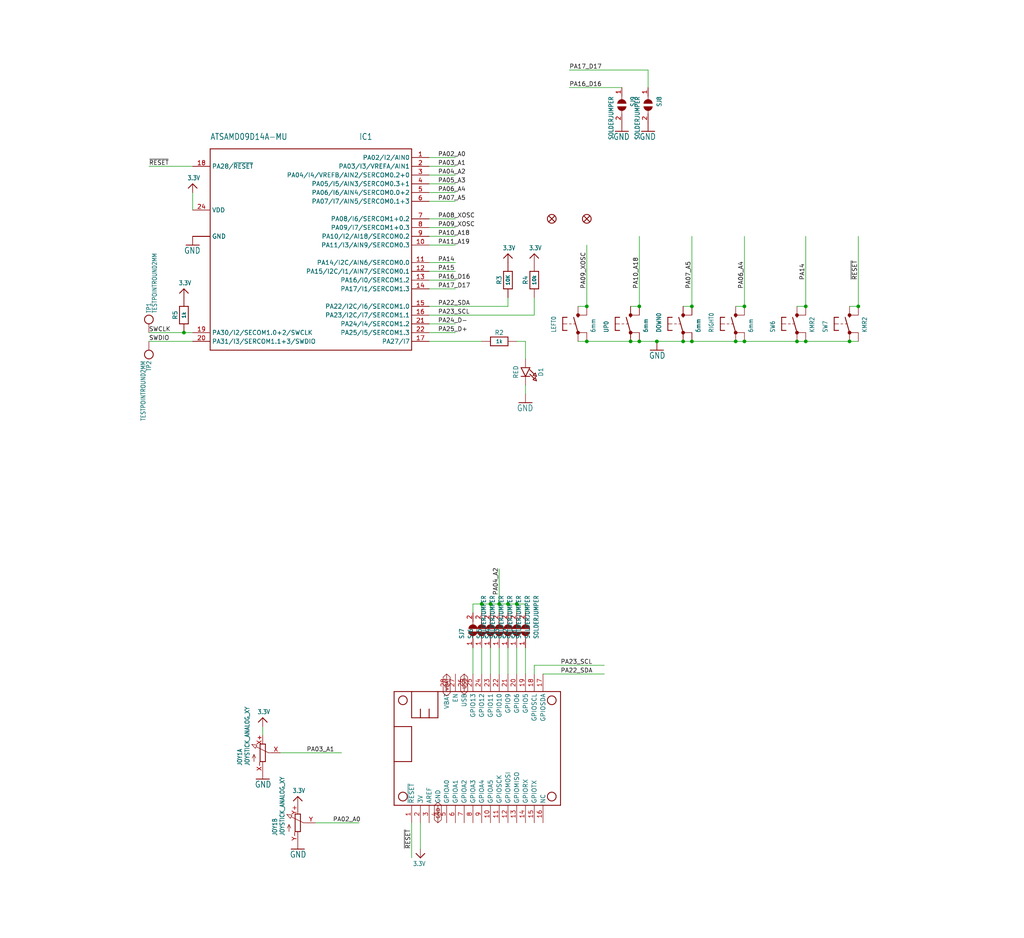
<source format=kicad_sch>
(kicad_sch (version 20211123) (generator eeschema)
  (paper "User" 297.002 272.161)
  (lib_symbols
    (symbol "eagleSchem-eagle-import:3.3V" (power)
      (property "Value" "3.3V" (at -1.524 1.016 0))
      (symbol "3.3V_1_0"
        (polyline (pts (xy -1.27 -1.27) (xy 0 0)) (stroke (width 0.254)))
        (polyline (pts (xy 0 0) (xy 1.27 -1.27)) (stroke (width 0.254)))
        (pin power_in line (at 0 -2.54 90) (length 2.54) (name "3.3V") (number "1"))
      )
    )
    (symbol "eagleSchem-eagle-import:ATSAMD09D14A-MU"
      (property "Reference" "IC" (at 12.7 33.02 0))
      (property "Value" "ATSAMD09D14A-MU" (at -30.48 33.02 0))
      (symbol "ATSAMD09D14A-MU_1_0"
        (polyline (pts (xy -30.48 -27.94) (xy -30.48 30.48)) (stroke (width 0.254)))
        (polyline (pts (xy -30.48 30.48) (xy 27.94 30.48)) (stroke (width 0.254)))
        (polyline (pts (xy 27.94 -27.94) (xy -30.48 -27.94)) (stroke (width 0.254)))
        (polyline (pts (xy 27.94 30.48) (xy 27.94 -27.94)) (stroke (width 0.254)))
        (pin bidirectional line (at 33.02 27.94 180) (length 5.08) (name "PA02/I2/AIN0") (number "1"))
        (pin bidirectional line (at 33.02 2.54 180) (length 5.08) (name "PA11/I3/AIN9/SERCOM0.3") (number "10"))
        (pin bidirectional line (at 33.02 -2.54 180) (length 5.08) (name "PA14/I2C/AIN6/SERCOM0.0") (number "11"))
        (pin bidirectional line (at 33.02 -5.08 180) (length 5.08) (name "PA15/I2C/I1/AIN7/SERCOM0.1") (number "12"))
        (pin bidirectional line (at 33.02 -7.62 180) (length 5.08) (name "PA16/I0/SERCOM1.2") (number "13"))
        (pin bidirectional line (at 33.02 -10.16 180) (length 5.08) (name "PA17/I1/SERCOM1.3") (number "14"))
        (pin bidirectional line (at 33.02 -15.24 180) (length 5.08) (name "PA22/I2C/I6/SERCOM1.0") (number "15"))
        (pin bidirectional line (at 33.02 -17.78 180) (length 5.08) (name "PA23/I2C/I7/SERCOM1.1") (number "16"))
        (pin bidirectional line (at 33.02 -25.4 180) (length 5.08) (name "PA27/I7") (number "17"))
        (pin bidirectional line (at -35.56 25.4 0) (length 5.08) (name "PA28/~{RESET}") (number "18"))
        (pin bidirectional line (at -35.56 -22.86 0) (length 5.08) (name "PA30/I2/SECOM1.0+2/SWCLK") (number "19"))
        (pin bidirectional line (at 33.02 25.4 180) (length 5.08) (name "PA03/I3/VREFA/AIN1") (number "2"))
        (pin bidirectional line (at -35.56 -25.4 0) (length 5.08) (name "PA31/I3/SERCOM1.1+3/SWDIO") (number "20"))
        (pin bidirectional line (at 33.02 -20.32 180) (length 5.08) (name "PA24/I4/SERCOM1.2") (number "21"))
        (pin bidirectional line (at 33.02 -22.86 180) (length 5.08) (name "PA25/I5/SERCOM1.3") (number "22"))
        (pin power_in line (at -35.56 5.08 0) (length 5.08) (name "GND") (number "23"))
        (pin power_in line (at -35.56 12.7 0) (length 5.08) (name "VDD") (number "24"))
        (pin bidirectional line (at 33.02 22.86 180) (length 5.08) (name "PA04/I4/VREFB/AIN2/SERCOM0.2+0") (number "3"))
        (pin bidirectional line (at 33.02 20.32 180) (length 5.08) (name "PA05/I5/AIN3/SERCOM0.3+1") (number "4"))
        (pin bidirectional line (at 33.02 17.78 180) (length 5.08) (name "PA06/I6/AIN4/SERCOM0.0+2") (number "5"))
        (pin bidirectional line (at 33.02 15.24 180) (length 5.08) (name "PA07/I7/AIN5/SERCOM0.1+3") (number "6"))
        (pin bidirectional line (at 33.02 10.16 180) (length 5.08) (name "PA08/I6/SERCOM1+0.2") (number "7"))
        (pin bidirectional line (at 33.02 7.62 180) (length 5.08) (name "PA09/I7/SERCOM1+0.3") (number "8"))
        (pin bidirectional line (at 33.02 5.08 180) (length 5.08) (name "PA10/I2/AI18/SERCOM0.2") (number "9"))
        (pin power_in line (at -35.56 5.08 0) (length 5.08) (name "GND") (number "THERM"))
      )
    )
    (symbol "eagleSchem-eagle-import:FEATHERWING"
      (symbol "FEATHERWING_1_0"
        (polyline (pts (xy 0 0) (xy 48.26 0)) (stroke (width 0.254)))
        (polyline (pts (xy 0 12.7) (xy 0 0)) (stroke (width 0.254)))
        (polyline (pts (xy 0 22.86) (xy 0 12.7)) (stroke (width 0.254)))
        (polyline (pts (xy 0 22.86) (xy 5.08 22.86)) (stroke (width 0.254)))
        (polyline (pts (xy 0 33.02) (xy 0 22.86)) (stroke (width 0.254)))
        (polyline (pts (xy 5.08 12.7) (xy 0 12.7)) (stroke (width 0.254)))
        (polyline (pts (xy 5.08 22.86) (xy 5.08 12.7)) (stroke (width 0.254)))
        (polyline (pts (xy 5.08 25.4) (xy 7.62 25.4)) (stroke (width 0.254)))
        (polyline (pts (xy 5.08 33.02) (xy 0 33.02)) (stroke (width 0.254)))
        (polyline (pts (xy 5.08 33.02) (xy 5.08 25.4)) (stroke (width 0.254)))
        (polyline (pts (xy 7.62 25.4) (xy 10.16 25.4)) (stroke (width 0.254)))
        (polyline (pts (xy 7.62 27.94) (xy 7.62 25.4)) (stroke (width 0.254)))
        (polyline (pts (xy 10.16 25.4) (xy 12.7 25.4)) (stroke (width 0.254)))
        (polyline (pts (xy 10.16 27.94) (xy 10.16 25.4)) (stroke (width 0.254)))
        (polyline (pts (xy 12.7 25.4) (xy 12.7 33.02)) (stroke (width 0.254)))
        (polyline (pts (xy 12.7 33.02) (xy 5.08 33.02)) (stroke (width 0.254)))
        (polyline (pts (xy 48.26 0) (xy 48.26 33.02)) (stroke (width 0.254)))
        (polyline (pts (xy 48.26 33.02) (xy 12.7 33.02)) (stroke (width 0.254)))
        (circle (center 2.54 2.54) (radius 1.27) (stroke (width 0.254)))
        (circle (center 2.54 30.48) (radius 1.27) (stroke (width 0.254)))
        (circle (center 45.72 2.54) (radius 1.27) (stroke (width 0.254)))
        (circle (center 45.72 30.48) (radius 1.27) (stroke (width 0.254)))
        (pin input line (at 5.08 -5.08 90) (length 5.08) (name "~{RESET}") (number "1"))
        (pin bidirectional line (at 27.94 -5.08 90) (length 5.08) (name "GPIOA5") (number "10"))
        (pin bidirectional line (at 30.48 -5.08 90) (length 5.08) (name "GPIOSCK") (number "11"))
        (pin bidirectional line (at 33.02 -5.08 90) (length 5.08) (name "GPIOMOSI") (number "12"))
        (pin bidirectional line (at 35.56 -5.08 90) (length 5.08) (name "GPIOMISO") (number "13"))
        (pin bidirectional line (at 38.1 -5.08 90) (length 5.08) (name "GPIORX") (number "14"))
        (pin bidirectional line (at 40.64 -5.08 90) (length 5.08) (name "GPIOTX") (number "15"))
        (pin passive line (at 43.18 -5.08 90) (length 5.08) (name "NC") (number "16"))
        (pin bidirectional line (at 43.18 38.1 270) (length 5.08) (name "GPIOSDA") (number "17"))
        (pin bidirectional line (at 40.64 38.1 270) (length 5.08) (name "GPIOSCL") (number "18"))
        (pin bidirectional line (at 38.1 38.1 270) (length 5.08) (name "GPIO5") (number "19"))
        (pin power_in line (at 7.62 -5.08 90) (length 5.08) (name "3V") (number "2"))
        (pin bidirectional line (at 35.56 38.1 270) (length 5.08) (name "GPIO6") (number "20"))
        (pin bidirectional line (at 33.02 38.1 270) (length 5.08) (name "GPIO9") (number "21"))
        (pin bidirectional line (at 30.48 38.1 270) (length 5.08) (name "GPIO10") (number "22"))
        (pin bidirectional line (at 27.94 38.1 270) (length 5.08) (name "GPIO11") (number "23"))
        (pin bidirectional line (at 25.4 38.1 270) (length 5.08) (name "GPIO12") (number "24"))
        (pin bidirectional line (at 22.86 38.1 270) (length 5.08) (name "GPIO13") (number "25"))
        (pin power_in line (at 20.32 38.1 270) (length 5.08) (name "USB") (number "26"))
        (pin passive line (at 17.78 38.1 270) (length 5.08) (name "EN") (number "27"))
        (pin power_in line (at 15.24 38.1 270) (length 5.08) (name "VBAT") (number "28"))
        (pin passive line (at 10.16 -5.08 90) (length 5.08) (name "AREF") (number "3"))
        (pin power_in line (at 12.7 -5.08 90) (length 5.08) (name "GND") (number "4"))
        (pin bidirectional line (at 15.24 -5.08 90) (length 5.08) (name "GPIOA0") (number "5"))
        (pin bidirectional line (at 17.78 -5.08 90) (length 5.08) (name "GPIOA1") (number "6"))
        (pin bidirectional line (at 20.32 -5.08 90) (length 5.08) (name "GPIOA2") (number "7"))
        (pin bidirectional line (at 22.86 -5.08 90) (length 5.08) (name "GPIOA3") (number "8"))
        (pin bidirectional line (at 25.4 -5.08 90) (length 5.08) (name "GPIOA4") (number "9"))
      )
    )
    (symbol "eagleSchem-eagle-import:FIDUCIAL_1MM"
      (symbol "FIDUCIAL_1MM_1_0"
        (polyline (pts (xy -0.762 0.762) (xy 0.762 -0.762)) (stroke (width 0.254)))
        (polyline (pts (xy 0.762 0.762) (xy -0.762 -0.762)) (stroke (width 0.254)))
        (circle (center 0 0) (radius 1.27) (stroke (width 0.254)))
      )
    )
    (symbol "eagleSchem-eagle-import:GND" (power)
      (property "Value" "GND" (at -2.54 -2.54 0))
      (symbol "GND_1_0"
        (polyline (pts (xy -1.905 0) (xy 1.905 0)) (stroke (width 0.254)))
        (pin power_in line (at 0 2.54 270) (length 2.54) (name "GND") (number "1"))
      )
    )
    (symbol "eagleSchem-eagle-import:JOYSTICK_ANALOG_XY"
      (property "Reference" "JOY" (at -5.969 -3.81 90))
      (property "Value" "JOYSTICK_ANALOG_XY" (at -3.81 -3.81 90))
      (symbol "JOYSTICK_ANALOG_XY_1_0"
        (polyline (pts (xy -3.1989 2.4495) (xy -1.7018 2.2352)) (stroke (width 0.1524)))
        (polyline (pts (xy -2.54 -2.54) (xy -2.54 -0.508)) (stroke (width 0.1524)))
        (polyline (pts (xy -2.54 -0.508) (xy -3.048 -1.524)) (stroke (width 0.1524)))
        (polyline (pts (xy -2.54 -0.508) (xy -2.032 -1.524)) (stroke (width 0.1524)))
        (polyline (pts (xy -2.1597 1.2939) (xy -3.1989 2.4495)) (stroke (width 0.1524)))
        (polyline (pts (xy -2.1597 1.2939) (xy -1.7018 2.2352)) (stroke (width 0.1524)))
        (polyline (pts (xy -0.762 -2.54) (xy 0.762 -2.54)) (stroke (width 0.254)))
        (polyline (pts (xy -0.762 2.54) (xy -0.762 -2.54)) (stroke (width 0.254)))
        (polyline (pts (xy 0.762 -2.54) (xy 0.762 2.54)) (stroke (width 0.254)))
        (polyline (pts (xy 0.762 2.54) (xy -0.762 2.54)) (stroke (width 0.254)))
        (polyline (pts (xy 1.651 0) (xy -1.8796 1.7526)) (stroke (width 0.1524)))
        (polyline (pts (xy 2.54 0) (xy 1.651 0)) (stroke (width 0.1524)))
        (pin passive line (at 5.08 0 180) (length 2.54) (name "S") (number "X"))
        (pin passive line (at 0 5.08 270) (length 2.54) (name "E") (number "X+"))
        (pin passive line (at 0 -5.08 90) (length 2.54) (name "A") (number "X-"))
      )
      (symbol "JOYSTICK_ANALOG_XY_2_0"
        (polyline (pts (xy -3.1989 2.4495) (xy -1.7018 2.2352)) (stroke (width 0.1524)))
        (polyline (pts (xy -2.54 -2.54) (xy -2.54 -0.508)) (stroke (width 0.1524)))
        (polyline (pts (xy -2.54 -0.508) (xy -3.048 -1.524)) (stroke (width 0.1524)))
        (polyline (pts (xy -2.54 -0.508) (xy -2.032 -1.524)) (stroke (width 0.1524)))
        (polyline (pts (xy -2.1597 1.2939) (xy -3.1989 2.4495)) (stroke (width 0.1524)))
        (polyline (pts (xy -2.1597 1.2939) (xy -1.7018 2.2352)) (stroke (width 0.1524)))
        (polyline (pts (xy -0.762 -2.54) (xy 0.762 -2.54)) (stroke (width 0.254)))
        (polyline (pts (xy -0.762 2.54) (xy -0.762 -2.54)) (stroke (width 0.254)))
        (polyline (pts (xy 0.762 -2.54) (xy 0.762 2.54)) (stroke (width 0.254)))
        (polyline (pts (xy 0.762 2.54) (xy -0.762 2.54)) (stroke (width 0.254)))
        (polyline (pts (xy 1.651 0) (xy -1.8796 1.7526)) (stroke (width 0.1524)))
        (polyline (pts (xy 2.54 0) (xy 1.651 0)) (stroke (width 0.1524)))
        (pin passive line (at 5.08 0 180) (length 2.54) (name "S") (number "Y"))
        (pin passive line (at 0 5.08 270) (length 2.54) (name "E") (number "Y+"))
        (pin passive line (at 0 -5.08 90) (length 2.54) (name "A") (number "Y-"))
      )
    )
    (symbol "eagleSchem-eagle-import:LED0805_NOOUTLINE"
      (property "Reference" "D" (at -1.27 4.445 0))
      (property "Value" "LED0805_NOOUTLINE" (at -1.27 -2.794 0))
      (symbol "LED0805_NOOUTLINE_1_0"
        (polyline (pts (xy -2.54 -1.27) (xy 0 0)) (stroke (width 0.254)))
        (polyline (pts (xy -2.54 1.27) (xy -2.54 -1.27)) (stroke (width 0.254)))
        (polyline (pts (xy -1.905 1.27) (xy -0.635 2.54)) (stroke (width 0.254)))
        (polyline (pts (xy -0.9525 2.8575) (xy -0.3175 2.2225)) (stroke (width 0.254)))
        (polyline (pts (xy -0.635 1.27) (xy 0.635 2.54)) (stroke (width 0.254)))
        (polyline (pts (xy -0.3175 2.2225) (xy 0 3.175)) (stroke (width 0.254)))
        (polyline (pts (xy 0 0) (xy -2.54 1.27)) (stroke (width 0.254)))
        (polyline (pts (xy 0 0) (xy 0 -1.27)) (stroke (width 0.254)))
        (polyline (pts (xy 0 1.27) (xy 0 0)) (stroke (width 0.254)))
        (polyline (pts (xy 0 3.175) (xy -0.9525 2.8575)) (stroke (width 0.254)))
        (polyline (pts (xy 0.3175 2.8575) (xy 0.9525 2.2225)) (stroke (width 0.254)))
        (polyline (pts (xy 0.9525 2.2225) (xy 1.27 3.175)) (stroke (width 0.254)))
        (polyline (pts (xy 1.27 3.175) (xy 0.3175 2.8575)) (stroke (width 0.254)))
        (pin passive line (at -5.08 0 0) (length 2.54) (name "A") (number "A"))
        (pin passive line (at 2.54 0 180) (length 2.54) (name "C") (number "C"))
      )
    )
    (symbol "eagleSchem-eagle-import:RESISTOR_0603_NOOUT"
      (property "Reference" "R" (at 0 2.54 0))
      (property "Value" "RESISTOR_0603_NOOUT" (at 0 0 0))
      (symbol "RESISTOR_0603_NOOUT_1_0"
        (polyline (pts (xy -2.54 -1.27) (xy -2.54 1.27)) (stroke (width 0.254)))
        (polyline (pts (xy -2.54 1.27) (xy 2.54 1.27)) (stroke (width 0.254)))
        (polyline (pts (xy 2.54 -1.27) (xy -2.54 -1.27)) (stroke (width 0.254)))
        (polyline (pts (xy 2.54 1.27) (xy 2.54 -1.27)) (stroke (width 0.254)))
        (pin passive line (at -5.08 0 0) (length 2.54) (name "1") (number "1"))
        (pin passive line (at 5.08 0 180) (length 2.54) (name "2") (number "2"))
      )
    )
    (symbol "eagleSchem-eagle-import:SOLDERJUMPER"
      (property "Reference" "SJ" (at -2.54 2.54 0))
      (property "Value" "SOLDERJUMPER" (at -2.54 -3.81 0))
      (symbol "SOLDERJUMPER_1_0"
        (arc (start -0.381 1.2699) (mid -1.6508 0) (end -0.381 -1.2699) (stroke (width 0.0001)) (fill (type outline)))
        (polyline (pts (xy -2.54 0) (xy -1.651 0)) (stroke (width 0.1524)))
        (polyline (pts (xy 2.54 0) (xy 1.651 0)) (stroke (width 0.1524)))
        (arc (start 0.381 -1.2699) (mid 1.6508 0) (end 0.381 1.2699) (stroke (width 0.0001)) (fill (type outline)))
        (pin passive line (at -5.08 0 0) (length 2.54) (name "1") (number "1"))
        (pin passive line (at 5.08 0 180) (length 2.54) (name "2") (number "2"))
      )
    )
    (symbol "eagleSchem-eagle-import:SWITCH_TACT_SMT4.6X2.8"
      (property "Reference" "SW" (at -2.54 6.35 0))
      (property "Value" "SWITCH_TACT_SMT4.6X2.8" (at -2.54 -5.08 0))
      (symbol "SWITCH_TACT_SMT4.6X2.8_1_0"
        (circle (center -2.54 0) (radius 0.127) (stroke (width 0.4064)))
        (polyline (pts (xy -2.54 -2.54) (xy -2.54 0)) (stroke (width 0.1524)))
        (polyline (pts (xy -2.54 0) (xy 1.905 1.27)) (stroke (width 0.254)))
        (polyline (pts (xy -1.905 4.445) (xy -1.905 3.175)) (stroke (width 0.254)))
        (polyline (pts (xy 0 1.27) (xy 0 0.635)) (stroke (width 0.1524)))
        (polyline (pts (xy 0 2.54) (xy 0 1.905)) (stroke (width 0.1524)))
        (polyline (pts (xy 0 4.445) (xy -1.905 4.445)) (stroke (width 0.254)))
        (polyline (pts (xy 0 4.445) (xy 0 3.175)) (stroke (width 0.1524)))
        (polyline (pts (xy 1.905 0) (xy 2.54 0)) (stroke (width 0.254)))
        (polyline (pts (xy 1.905 4.445) (xy 0 4.445)) (stroke (width 0.254)))
        (polyline (pts (xy 1.905 4.445) (xy 1.905 3.175)) (stroke (width 0.254)))
        (polyline (pts (xy 2.54 -2.54) (xy 2.54 0)) (stroke (width 0.1524)))
        (circle (center 2.54 0) (radius 0.127) (stroke (width 0.4064)))
        (pin passive line (at -5.08 0 0) (length 2.54) (name "P") (number "A"))
        (pin passive line (at -5.08 -2.54 0) (length 2.54) (name "P1") (number "A'"))
        (pin passive line (at 5.08 0 180) (length 2.54) (name "S") (number "B"))
        (pin passive line (at 5.08 -2.54 180) (length 2.54) (name "S1") (number "B'"))
      )
    )
    (symbol "eagleSchem-eagle-import:SWITCH_TACT_SMT_EVQQ2_SMALL"
      (property "Reference" "SW" (at -2.54 6.35 0))
      (property "Value" "SWITCH_TACT_SMT_EVQQ2_SMALL" (at -2.54 -5.08 0))
      (symbol "SWITCH_TACT_SMT_EVQQ2_SMALL_1_0"
        (circle (center -2.54 0) (radius 0.127) (stroke (width 0.4064)))
        (polyline (pts (xy -2.54 -2.54) (xy -2.54 0)) (stroke (width 0.1524)))
        (polyline (pts (xy -2.54 0) (xy 1.905 1.27)) (stroke (width 0.254)))
        (polyline (pts (xy -1.905 4.445) (xy -1.905 3.175)) (stroke (width 0.254)))
        (polyline (pts (xy 0 1.27) (xy 0 0.635)) (stroke (width 0.1524)))
        (polyline (pts (xy 0 2.54) (xy 0 1.905)) (stroke (width 0.1524)))
        (polyline (pts (xy 0 4.445) (xy -1.905 4.445)) (stroke (width 0.254)))
        (polyline (pts (xy 0 4.445) (xy 0 3.175)) (stroke (width 0.1524)))
        (polyline (pts (xy 1.905 0) (xy 2.54 0)) (stroke (width 0.254)))
        (polyline (pts (xy 1.905 4.445) (xy 0 4.445)) (stroke (width 0.254)))
        (polyline (pts (xy 1.905 4.445) (xy 1.905 3.175)) (stroke (width 0.254)))
        (polyline (pts (xy 2.54 -2.54) (xy 2.54 0)) (stroke (width 0.1524)))
        (circle (center 2.54 0) (radius 0.127) (stroke (width 0.4064)))
        (pin passive line (at -5.08 0 0) (length 2.54) (name "P") (number "A"))
        (pin passive line (at -5.08 -2.54 0) (length 2.54) (name "P1") (number "A'"))
        (pin passive line (at 5.08 0 180) (length 2.54) (name "S") (number "B"))
        (pin passive line (at 5.08 -2.54 180) (length 2.54) (name "S1") (number "B'"))
      )
    )
    (symbol "eagleSchem-eagle-import:TESTPOINTROUND2MM"
      (property "Reference" "TP" (at 0 5.588 90))
      (property "Value" "TESTPOINTROUND2MM" (at 1.651 5.588 90))
      (symbol "TESTPOINTROUND2MM_1_0"
        (circle (center 0 3.81) (radius 1.27) (stroke (width 0.254)))
        (pin bidirectional line (at 0 0 90) (length 2.54) (name "P$1") (number "P$1"))
      )
    )
  )
  (junction (at 185.42 88.9))
  (junction (at 200.66 88.9))
  (junction (at 198.12 99.06))
  (junction (at 248.92 88.9))
  (junction (at 213.36 99.06))
  (junction (at 144.78 175.26))
  (junction (at 200.66 99.06))
  (junction (at 149.86 175.26))
  (junction (at 246.38 99.06))
  (junction (at 147.32 175.26))
  (junction (at 139.7 175.26))
  (junction (at 233.68 99.06))
  (junction (at 142.24 175.26))
  (junction (at 190.5 99.06))
  (junction (at 170.18 88.9))
  (junction (at 170.18 99.06))
  (junction (at 215.9 99.06))
  (junction (at 231.14 99.06))
  (junction (at 215.9 88.9))
  (junction (at 53.34 96.52))
  (junction (at 233.68 88.9))
  (junction (at 182.88 99.06))
  (junction (at 185.42 99.06))
  (wire (pts (xy 139.7 177.8) (xy 139.7 175.26)))
  (wire (pts (xy 167.64 99.06) (xy 170.18 99.06)))
  (wire (pts (xy 124.46 55.88) (xy 132.08 55.88)))
  (wire (pts (xy 152.4 111.76) (xy 152.4 114.3)))
  (wire (pts (xy 147.32 175.26) (xy 144.78 175.26)))
  (wire (pts (xy 215.9 68.58) (xy 215.9 88.9)))
  (wire (pts (xy 190.5 99.06) (xy 198.12 99.06)))
  (wire (pts (xy 165.1 25.4) (xy 180.34 25.4)))
  (wire (pts (xy 144.78 175.26) (xy 142.24 175.26)))
  (wire (pts (xy 91.44 238.76) (xy 104.14 238.76)))
  (wire (pts (xy 213.36 99.06) (xy 215.9 99.06)))
  (wire (pts (xy 55.88 99.06) (xy 43.18 99.06)))
  (wire (pts (xy 147.32 86.36) (xy 147.32 88.9)))
  (wire (pts (xy 142.24 187.96) (xy 142.24 195.58)))
  (wire (pts (xy 139.7 99.06) (xy 124.46 99.06)))
  (wire (pts (xy 144.78 177.8) (xy 144.78 175.26)))
  (wire (pts (xy 139.7 175.26) (xy 137.16 175.26)))
  (wire (pts (xy 147.32 187.96) (xy 147.32 195.58)))
  (wire (pts (xy 144.78 187.96) (xy 144.78 195.58)))
  (wire (pts (xy 149.86 99.06) (xy 152.4 99.06)))
  (wire (pts (xy 132.08 83.82) (xy 124.46 83.82)))
  (wire (pts (xy 231.14 99.06) (xy 215.9 99.06)))
  (wire (pts (xy 248.92 88.9) (xy 246.38 88.9)))
  (wire (pts (xy 124.46 93.98) (xy 132.08 93.98)))
  (wire (pts (xy 76.2 210.82) (xy 76.2 213.36)))
  (wire (pts (xy 55.88 48.26) (xy 43.18 48.26)))
  (wire (pts (xy 55.88 55.88) (xy 55.88 60.96)))
  (wire (pts (xy 124.46 63.5) (xy 132.08 63.5)))
  (wire (pts (xy 231.14 88.9) (xy 233.68 88.9)))
  (wire (pts (xy 233.68 88.9) (xy 233.68 68.58)))
  (wire (pts (xy 124.46 81.28) (xy 132.08 81.28)))
  (wire (pts (xy 43.18 96.52) (xy 53.34 96.52)))
  (wire (pts (xy 248.92 88.9) (xy 248.92 68.58)))
  (wire (pts (xy 157.48 195.58) (xy 175.26 195.58)))
  (wire (pts (xy 152.4 175.26) (xy 149.86 175.26)))
  (wire (pts (xy 119.38 238.76) (xy 119.38 248.92)))
  (wire (pts (xy 132.08 53.34) (xy 124.46 53.34)))
  (wire (pts (xy 142.24 175.26) (xy 142.24 177.8)))
  (wire (pts (xy 147.32 175.26) (xy 147.32 177.8)))
  (wire (pts (xy 124.46 88.9) (xy 147.32 88.9)))
  (wire (pts (xy 132.08 58.42) (xy 124.46 58.42)))
  (wire (pts (xy 200.66 99.06) (xy 213.36 99.06)))
  (wire (pts (xy 139.7 187.96) (xy 139.7 195.58)))
  (wire (pts (xy 137.16 175.26) (xy 137.16 177.8)))
  (wire (pts (xy 124.46 76.2) (xy 132.08 76.2)))
  (wire (pts (xy 152.4 99.06) (xy 152.4 104.14)))
  (wire (pts (xy 246.38 99.06) (xy 233.68 99.06)))
  (wire (pts (xy 200.66 88.9) (xy 200.66 68.58)))
  (wire (pts (xy 233.68 99.06) (xy 231.14 99.06)))
  (wire (pts (xy 185.42 68.58) (xy 185.42 88.9)))
  (wire (pts (xy 152.4 187.96) (xy 152.4 195.58)))
  (wire (pts (xy 81.28 218.44) (xy 99.06 218.44)))
  (wire (pts (xy 185.42 99.06) (xy 190.5 99.06)))
  (wire (pts (xy 152.4 177.8) (xy 152.4 175.26)))
  (wire (pts (xy 132.08 48.26) (xy 124.46 48.26)))
  (wire (pts (xy 149.86 177.8) (xy 149.86 175.26)))
  (wire (pts (xy 182.88 88.9) (xy 185.42 88.9)))
  (wire (pts (xy 132.08 71.12) (xy 124.46 71.12)))
  (wire (pts (xy 165.1 20.32) (xy 187.96 20.32)))
  (wire (pts (xy 124.46 91.44) (xy 154.94 91.44)))
  (wire (pts (xy 124.46 45.72) (xy 132.08 45.72)))
  (wire (pts (xy 182.88 99.06) (xy 185.42 99.06)))
  (wire (pts (xy 170.18 99.06) (xy 182.88 99.06)))
  (wire (pts (xy 137.16 187.96) (xy 137.16 195.58)))
  (wire (pts (xy 132.08 78.74) (xy 124.46 78.74)))
  (wire (pts (xy 215.9 88.9) (xy 213.36 88.9)))
  (wire (pts (xy 142.24 175.26) (xy 139.7 175.26)))
  (wire (pts (xy 149.86 175.26) (xy 147.32 175.26)))
  (wire (pts (xy 154.94 193.04) (xy 175.26 193.04)))
  (wire (pts (xy 53.34 96.52) (xy 55.88 96.52)))
  (wire (pts (xy 198.12 88.9) (xy 200.66 88.9)))
  (wire (pts (xy 149.86 187.96) (xy 149.86 195.58)))
  (wire (pts (xy 144.78 175.26) (xy 144.78 165.1)))
  (wire (pts (xy 154.94 91.44) (xy 154.94 86.36)))
  (wire (pts (xy 187.96 20.32) (xy 187.96 25.4)))
  (wire (pts (xy 170.18 88.9) (xy 167.64 88.9)))
  (wire (pts (xy 248.92 99.06) (xy 246.38 99.06)))
  (wire (pts (xy 124.46 50.8) (xy 132.08 50.8)))
  (wire (pts (xy 124.46 68.58) (xy 132.08 68.58)))
  (wire (pts (xy 170.18 88.9) (xy 170.18 71.12)))
  (wire (pts (xy 132.08 66.04) (xy 124.46 66.04)))
  (wire (pts (xy 154.94 195.58) (xy 154.94 193.04)))
  (wire (pts (xy 132.08 96.52) (xy 124.46 96.52)))
  (wire (pts (xy 198.12 99.06) (xy 200.66 99.06)))
  (wire (pts (xy 121.92 246.38) (xy 121.92 238.76)))
  (label "SWDIO" (at 43.18 99.06 0) (effects (font (size 1.2446 1.2446))))
  (label "PA02_A0" (at 96.52 238.76 0) (effects (font (size 1.2446 1.2446))))
  (label "PA14" (at 233.68 81.28 90) (effects (font (size 1.2446 1.2446))))
  (label "PA10_A18" (at 185.42 83.82 90) (effects (font (size 1.2446 1.2446))))
  (label "PA17_D17" (at 127 83.82 0) (effects (font (size 1.2446 1.2446))))
  (label "PA17_D17" (at 165.1 20.32 0) (effects (font (size 1.2446 1.2446))))
  (label "PA02_A0" (at 127 45.72 0) (effects (font (size 1.2446 1.2446))))
  (label "~{RESET}" (at 119.38 246.38 90) (effects (font (size 1.2446 1.2446))))
  (label "PA09_XOSC" (at 127 66.04 0) (effects (font (size 1.2446 1.2446))))
  (label "PA10_A18" (at 127 68.58 0) (effects (font (size 1.2446 1.2446))))
  (label "PA15" (at 127 78.74 0) (effects (font (size 1.2446 1.2446))))
  (label "PA05_A3" (at 127 53.34 0) (effects (font (size 1.2446 1.2446))))
  (label "PA04_A2" (at 127 50.8 0) (effects (font (size 1.2446 1.2446))))
  (label "PA08_XOSC" (at 127 63.5 0) (effects (font (size 1.2446 1.2446))))
  (label "PA07_A5" (at 200.66 83.82 90) (effects (font (size 1.2446 1.2446))))
  (label "PA24_D-" (at 127 93.98 0) (effects (font (size 1.2446 1.2446))))
  (label "PA03_A1" (at 127 48.26 0) (effects (font (size 1.2446 1.2446))))
  (label "PA03_A1" (at 88.9 218.44 0) (effects (font (size 1.2446 1.2446))))
  (label "~{RESET}" (at 248.92 81.28 90) (effects (font (size 1.2446 1.2446))))
  (label "PA14" (at 127 76.2 0) (effects (font (size 1.2446 1.2446))))
  (label "PA06_A4" (at 127 55.88 0) (effects (font (size 1.2446 1.2446))))
  (label "SWCLK" (at 43.18 96.52 0) (effects (font (size 1.2446 1.2446))))
  (label "~{RESET}" (at 43.18 48.26 0) (effects (font (size 1.2446 1.2446))))
  (label "PA22_SDA" (at 162.56 195.58 0) (effects (font (size 1.2446 1.2446))))
  (label "PA04_A2" (at 144.78 172.72 90) (effects (font (size 1.2446 1.2446))))
  (label "PA16_D16" (at 127 81.28 0) (effects (font (size 1.2446 1.2446))))
  (label "PA23_SCL" (at 127 91.44 0) (effects (font (size 1.2446 1.2446))))
  (label "PA25_D+" (at 127 96.52 0) (effects (font (size 1.2446 1.2446))))
  (label "PA22_SDA" (at 127 88.9 0) (effects (font (size 1.2446 1.2446))))
  (label "PA07_A5" (at 127 58.42 0) (effects (font (size 1.2446 1.2446))))
  (label "PA06_A4" (at 215.9 83.82 90) (effects (font (size 1.2446 1.2446))))
  (label "PA16_D16" (at 165.1 25.4 0) (effects (font (size 1.2446 1.2446))))
  (label "PA23_SCL" (at 162.56 193.04 0) (effects (font (size 1.2446 1.2446))))
  (label "PA11_A19" (at 127 71.12 0) (effects (font (size 1.2446 1.2446))))
  (label "PA09_XOSC" (at 170.18 83.82 90) (effects (font (size 1.2446 1.2446))))
  (global_label "USB" (shape bidirectional) (at 134.62 195.58 270) (effects (font (size 1.016 1.016))) (property "Intersheet References" "${INTERSHEET_REFS}" (effects hide)))
  (global_label "VBAT" (shape bidirectional) (at 129.54 195.58 270) (effects (font (size 1.016 1.016))) (property "Intersheet References" "${INTERSHEET_REFS}" (effects hide)))
  (global_label "GND" (shape bidirectional) (at 127 238.76 90) (effects (font (size 1.016 1.016))) (property "Intersheet References" "${INTERSHEET_REFS}" (effects hide)))
  (symbol (lib_id "eagleSchem-eagle-import:3.3V") (at 53.34 83.82 0) (unit 1)
    (property "Reference" "#U$8" (effects hide))
    (property "Value" "3.3V" (at 51.816 82.804 0) (effects (font (size 1.27 1.0795)) (justify left bottom)))
    (property "Footprint" "eagleSchem:" (effects hide))
  )
  (symbol (lib_id "eagleSchem-eagle-import:3.3V") (at 154.94 73.66 0) (unit 1)
    (property "Reference" "#U$6" (effects hide))
    (property "Value" "3.3V" (at 153.416 72.644 0) (effects (font (size 1.27 1.0795)) (justify left bottom)))
    (property "Footprint" "eagleSchem:" (effects hide))
  )
  (symbol (lib_id "eagleSchem-eagle-import:FEATHERWING") (at 114.3 233.68 0) (unit 1)
    (property "Reference" "MS1" (effects hide))
    (property "Value" "FEATHERWING" (effects hide))
    (property "Footprint" "eagleSchem:FEATHERWING" (effects hide))
  )
  (symbol (lib_id "eagleSchem-eagle-import:GND") (at 152.4 116.84 0) (unit 1)
    (property "Reference" "#GND10" (effects hide))
    (property "Value" "GND" (at 149.86 119.38 0) (effects (font (size 1.778 1.5113)) (justify left bottom)))
    (property "Footprint" "eagleSchem:" (effects hide))
  )
  (symbol (lib_id "eagleSchem-eagle-import:SWITCH_TACT_SMT4.6X2.8") (at 231.14 93.98 90) (unit 1)
    (property "Reference" "SW6" (at 224.79 96.52 0) (effects (font (size 1.27 1.0795)) (justify left bottom)))
    (property "Value" "KMR2" (at 236.22 96.52 0) (effects (font (size 1.27 1.0795)) (justify left bottom)))
    (property "Footprint" "eagleSchem:BTN_KMR2_4.6X2.8" (effects hide))
  )
  (symbol (lib_id "eagleSchem-eagle-import:SOLDERJUMPER") (at 139.7 182.88 90) (unit 1)
    (property "Reference" "SJ6" (at 137.16 185.42 0) (effects (font (size 1.27 1.0795)) (justify left bottom)))
    (property "Value" "SOLDERJUMPER" (at 143.51 185.42 0) (effects (font (size 1.27 1.0795)) (justify left bottom)))
    (property "Footprint" "eagleSchem:SOLDERJUMPER_ARROW_NOPASTE" (effects hide))
  )
  (symbol (lib_id "eagleSchem-eagle-import:RESISTOR_0603_NOOUT") (at 154.94 81.28 90) (unit 1)
    (property "Reference" "R4" (at 152.4 81.28 0))
    (property "Value" "10k" (at 154.94 81.28 0) (effects (font (size 1.016 1.016) bold)))
    (property "Footprint" "eagleSchem:0603-NO" (effects hide))
  )
  (symbol (lib_id "eagleSchem-eagle-import:GND") (at 187.96 38.1 0) (unit 1)
    (property "Reference" "#GND6" (effects hide))
    (property "Value" "GND" (at 185.42 40.64 0) (effects (font (size 1.778 1.5113)) (justify left bottom)))
    (property "Footprint" "eagleSchem:" (effects hide))
  )
  (symbol (lib_id "eagleSchem-eagle-import:SOLDERJUMPER") (at 187.96 30.48 270) (unit 1)
    (property "Reference" "SJ8" (at 190.5 27.94 0) (effects (font (size 1.27 1.0795)) (justify left bottom)))
    (property "Value" "SOLDERJUMPER" (at 184.15 27.94 0) (effects (font (size 1.27 1.0795)) (justify left bottom)))
    (property "Footprint" "eagleSchem:SOLDERJUMPER_ARROW_NOPASTE" (effects hide))
  )
  (symbol (lib_id "eagleSchem-eagle-import:TESTPOINTROUND2MM") (at 43.18 96.52 0) (unit 1)
    (property "Reference" "TP1" (at 43.18 90.932 90) (effects (font (size 1.27 1.0795)) (justify left)))
    (property "Value" "TESTPOINTROUND2MM" (at 44.831 90.932 90) (effects (font (size 1.27 1.0795)) (justify left)))
    (property "Footprint" "eagleSchem:TESTPOINT_ROUND_2MM" (effects hide))
  )
  (symbol (lib_id "eagleSchem-eagle-import:SWITCH_TACT_SMT_EVQQ2_SMALL") (at 167.64 93.98 90) (unit 1)
    (property "Reference" "LEFT0" (at 161.29 96.52 0) (effects (font (size 1.27 1.0795)) (justify left bottom)))
    (property "Value" "6mm" (at 172.72 96.52 0) (effects (font (size 1.27 1.0795)) (justify left bottom)))
    (property "Footprint" "eagleSchem:EVQ-Q2_SMALLER" (effects hide))
  )
  (symbol (lib_id "eagleSchem-eagle-import:SOLDERJUMPER") (at 142.24 182.88 90) (unit 1)
    (property "Reference" "SJ5" (at 139.7 185.42 0) (effects (font (size 1.27 1.0795)) (justify left bottom)))
    (property "Value" "SOLDERJUMPER" (at 146.05 185.42 0) (effects (font (size 1.27 1.0795)) (justify left bottom)))
    (property "Footprint" "eagleSchem:SOLDERJUMPER_ARROW_NOPASTE" (effects hide))
  )
  (symbol (lib_id "eagleSchem-eagle-import:RESISTOR_0603_NOOUT") (at 147.32 81.28 90) (unit 1)
    (property "Reference" "R3" (at 144.78 81.28 0))
    (property "Value" "10K" (at 147.32 81.28 0) (effects (font (size 1.016 1.016) bold)))
    (property "Footprint" "eagleSchem:0603-NO" (effects hide))
  )
  (symbol (lib_id "eagleSchem-eagle-import:SWITCH_TACT_SMT_EVQQ2_SMALL") (at 182.88 93.98 90) (unit 1)
    (property "Reference" "UP0" (at 176.53 96.52 0) (effects (font (size 1.27 1.0795)) (justify left bottom)))
    (property "Value" "6mm" (at 187.96 96.52 0) (effects (font (size 1.27 1.0795)) (justify left bottom)))
    (property "Footprint" "eagleSchem:EVQ-Q2_SMALLER" (effects hide))
  )
  (symbol (lib_id "eagleSchem-eagle-import:JOYSTICK_ANALOG_XY") (at 76.2 218.44 0) (unit 1)
    (property "Reference" "JOY1" (at 70.231 222.25 90) (effects (font (size 1.27 1.0795)) (justify left bottom)))
    (property "Value" "JOYSTICK_ANALOG_XY" (at 72.39 222.25 90) (effects (font (size 1.27 1.0795)) (justify left bottom)))
    (property "Footprint" "eagleSchem:JOYSTICK_ANALOG_MINITHM" (effects hide))
  )
  (symbol (lib_id "eagleSchem-eagle-import:SWITCH_TACT_SMT_EVQQ2_SMALL") (at 198.12 93.98 90) (unit 1)
    (property "Reference" "DOWN0" (at 191.77 96.52 0) (effects (font (size 1.27 1.0795)) (justify left bottom)))
    (property "Value" "6mm" (at 203.2 96.52 0) (effects (font (size 1.27 1.0795)) (justify left bottom)))
    (property "Footprint" "eagleSchem:EVQ-Q2_SMALLER" (effects hide))
  )
  (symbol (lib_id "eagleSchem-eagle-import:SOLDERJUMPER") (at 144.78 182.88 90) (unit 1)
    (property "Reference" "SJ4" (at 142.24 185.42 0) (effects (font (size 1.27 1.0795)) (justify left bottom)))
    (property "Value" "SOLDERJUMPER" (at 148.59 185.42 0) (effects (font (size 1.27 1.0795)) (justify left bottom)))
    (property "Footprint" "eagleSchem:SOLDERJUMPER_ARROW_NOPASTE" (effects hide))
  )
  (symbol (lib_id "eagleSchem-eagle-import:3.3V") (at 147.32 73.66 0) (unit 1)
    (property "Reference" "#U$4" (effects hide))
    (property "Value" "3.3V" (at 145.796 72.644 0) (effects (font (size 1.27 1.0795)) (justify left bottom)))
    (property "Footprint" "eagleSchem:" (effects hide))
  )
  (symbol (lib_id "eagleSchem-eagle-import:GND") (at 190.5 101.6 0) (mirror y) (unit 1)
    (property "Reference" "#GND2" (effects hide))
    (property "Value" "GND" (at 193.04 104.14 0) (effects (font (size 1.778 1.5113)) (justify left bottom)))
    (property "Footprint" "eagleSchem:" (effects hide))
  )
  (symbol (lib_id "eagleSchem-eagle-import:SWITCH_TACT_SMT_EVQQ2_SMALL") (at 213.36 93.98 90) (unit 1)
    (property "Reference" "RIGHT0" (at 207.01 96.52 0) (effects (font (size 1.27 1.0795)) (justify left bottom)))
    (property "Value" "6mm" (at 218.44 96.52 0) (effects (font (size 1.27 1.0795)) (justify left bottom)))
    (property "Footprint" "eagleSchem:EVQ-Q2_SMALLER" (effects hide))
  )
  (symbol (lib_id "eagleSchem-eagle-import:FIDUCIAL_1MM") (at 160.02 63.5 0) (unit 1)
    (property "Reference" "FID1" (effects hide))
    (property "Value" "FIDUCIAL_1MM" (effects hide))
    (property "Footprint" "eagleSchem:FIDUCIAL_1MM" (effects hide))
  )
  (symbol (lib_id "eagleSchem-eagle-import:3.3V") (at 76.2 208.28 0) (unit 1)
    (property "Reference" "#U$3" (effects hide))
    (property "Value" "3.3V" (at 74.676 207.264 0) (effects (font (size 1.27 1.0795)) (justify left bottom)))
    (property "Footprint" "eagleSchem:" (effects hide))
  )
  (symbol (lib_id "eagleSchem-eagle-import:RESISTOR_0603_NOOUT") (at 53.34 91.44 90) (unit 1)
    (property "Reference" "R5" (at 50.8 91.44 0))
    (property "Value" "1k" (at 53.34 91.44 0) (effects (font (size 1.016 1.016) bold)))
    (property "Footprint" "eagleSchem:0603-NO" (effects hide))
  )
  (symbol (lib_id "eagleSchem-eagle-import:3.3V") (at 86.36 231.14 0) (unit 1)
    (property "Reference" "#U$2" (effects hide))
    (property "Value" "3.3V" (at 84.836 230.124 0) (effects (font (size 1.27 1.0795)) (justify left bottom)))
    (property "Footprint" "eagleSchem:" (effects hide))
  )
  (symbol (lib_id "eagleSchem-eagle-import:GND") (at 55.88 71.12 0) (unit 1)
    (property "Reference" "#GND3" (effects hide))
    (property "Value" "GND" (at 53.34 73.66 0) (effects (font (size 1.778 1.5113)) (justify left bottom)))
    (property "Footprint" "eagleSchem:" (effects hide))
  )
  (symbol (lib_id "eagleSchem-eagle-import:SOLDERJUMPER") (at 180.34 30.48 270) (unit 1)
    (property "Reference" "SJ9" (at 182.88 27.94 0) (effects (font (size 1.27 1.0795)) (justify left bottom)))
    (property "Value" "SOLDERJUMPER" (at 176.53 27.94 0) (effects (font (size 1.27 1.0795)) (justify left bottom)))
    (property "Footprint" "eagleSchem:SOLDERJUMPER_ARROW_NOPASTE" (effects hide))
  )
  (symbol (lib_id "eagleSchem-eagle-import:FIDUCIAL_1MM") (at 170.18 63.5 0) (unit 1)
    (property "Reference" "FID2" (effects hide))
    (property "Value" "FIDUCIAL_1MM" (effects hide))
    (property "Footprint" "eagleSchem:FIDUCIAL_1MM" (effects hide))
  )
  (symbol (lib_id "eagleSchem-eagle-import:SOLDERJUMPER") (at 149.86 182.88 90) (unit 1)
    (property "Reference" "SJ2" (at 147.32 185.42 0) (effects (font (size 1.27 1.0795)) (justify left bottom)))
    (property "Value" "SOLDERJUMPER" (at 153.67 185.42 0) (effects (font (size 1.27 1.0795)) (justify left bottom)))
    (property "Footprint" "eagleSchem:SOLDERJUMPER_ARROW_NOPASTE" (effects hide))
  )
  (symbol (lib_id "eagleSchem-eagle-import:GND") (at 180.34 38.1 0) (unit 1)
    (property "Reference" "#GND5" (effects hide))
    (property "Value" "GND" (at 177.8 40.64 0) (effects (font (size 1.778 1.5113)) (justify left bottom)))
    (property "Footprint" "eagleSchem:" (effects hide))
  )
  (symbol (lib_id "eagleSchem-eagle-import:GND") (at 86.36 246.38 0) (mirror y) (unit 1)
    (property "Reference" "#GND4" (effects hide))
    (property "Value" "GND" (at 88.9 248.92 0) (effects (font (size 1.778 1.5113)) (justify left bottom)))
    (property "Footprint" "eagleSchem:" (effects hide))
  )
  (symbol (lib_id "eagleSchem-eagle-import:SOLDERJUMPER") (at 137.16 182.88 90) (unit 1)
    (property "Reference" "SJ7" (at 134.62 185.42 0) (effects (font (size 1.27 1.0795)) (justify left bottom)))
    (property "Value" "SOLDERJUMPER" (at 140.97 185.42 0) (effects (font (size 1.27 1.0795)) (justify left bottom)))
    (property "Footprint" "eagleSchem:SOLDERJUMPER_ARROW_NOPASTE" (effects hide))
  )
  (symbol (lib_id "eagleSchem-eagle-import:RESISTOR_0603_NOOUT") (at 144.78 99.06 0) (unit 1)
    (property "Reference" "R2" (at 144.78 96.52 0))
    (property "Value" "1k" (at 144.78 99.06 0) (effects (font (size 1.016 1.016) bold)))
    (property "Footprint" "eagleSchem:0603-NO" (effects hide))
  )
  (symbol (lib_id "eagleSchem-eagle-import:3.3V") (at 121.92 248.92 180) (unit 1)
    (property "Reference" "#U$1" (effects hide))
    (property "Value" "3.3V" (at 123.444 249.936 0) (effects (font (size 1.27 1.0795)) (justify left bottom)))
    (property "Footprint" "eagleSchem:" (effects hide))
  )
  (symbol (lib_id "eagleSchem-eagle-import:LED0805_NOOUTLINE") (at 152.4 109.22 270) (unit 1)
    (property "Reference" "D1" (at 156.845 107.95 0))
    (property "Value" "RED" (at 149.606 107.95 0))
    (property "Footprint" "eagleSchem:CHIPLED_0805_NOOUTLINE" (effects hide))
  )
  (symbol (lib_id "eagleSchem-eagle-import:ATSAMD09D14A-MU") (at 91.44 73.66 0) (unit 1)
    (property "Reference" "IC1" (at 104.14 40.64 0) (effects (font (size 1.778 1.5113)) (justify left bottom)))
    (property "Value" "ATSAMD09D14A-MU" (at 60.96 40.64 0) (effects (font (size 1.778 1.5113)) (justify left bottom)))
    (property "Footprint" "eagleSchem:QFN24_4MM" (effects hide))
  )
  (symbol (lib_id "eagleSchem-eagle-import:3.3V") (at 55.88 53.34 0) (unit 1)
    (property "Reference" "#U$5" (effects hide))
    (property "Value" "3.3V" (at 54.356 52.324 0) (effects (font (size 1.27 1.0795)) (justify left bottom)))
    (property "Footprint" "eagleSchem:" (effects hide))
  )
  (symbol (lib_id "eagleSchem-eagle-import:SOLDERJUMPER") (at 152.4 182.88 90) (unit 1)
    (property "Reference" "SJ1" (at 149.86 185.42 0) (effects (font (size 1.27 1.0795)) (justify left bottom)))
    (property "Value" "SOLDERJUMPER" (at 156.21 185.42 0) (effects (font (size 1.27 1.0795)) (justify left bottom)))
    (property "Footprint" "eagleSchem:SOLDERJUMPER_ARROW_NOPASTE" (effects hide))
  )
  (symbol (lib_id "eagleSchem-eagle-import:TESTPOINTROUND2MM") (at 43.18 99.06 180) (unit 1)
    (property "Reference" "TP2" (at 43.18 104.648 90) (effects (font (size 1.27 1.0795)) (justify left)))
    (property "Value" "TESTPOINTROUND2MM" (at 41.529 104.648 90) (effects (font (size 1.27 1.0795)) (justify left)))
    (property "Footprint" "eagleSchem:TESTPOINT_ROUND_2MM" (effects hide))
  )
  (symbol (lib_id "eagleSchem-eagle-import:SOLDERJUMPER") (at 147.32 182.88 90) (unit 1)
    (property "Reference" "SJ3" (at 144.78 185.42 0) (effects (font (size 1.27 1.0795)) (justify left bottom)))
    (property "Value" "SOLDERJUMPER" (at 151.13 185.42 0) (effects (font (size 1.27 1.0795)) (justify left bottom)))
    (property "Footprint" "eagleSchem:SOLDERJUMPER_ARROW_NOPASTE" (effects hide))
  )
  (symbol (lib_id "eagleSchem-eagle-import:SWITCH_TACT_SMT4.6X2.8") (at 246.38 93.98 90) (unit 1)
    (property "Reference" "SW7" (at 240.03 96.52 0) (effects (font (size 1.27 1.0795)) (justify left bottom)))
    (property "Value" "KMR2" (at 251.46 96.52 0) (effects (font (size 1.27 1.0795)) (justify left bottom)))
    (property "Footprint" "eagleSchem:BTN_KMR2_4.6X2.8" (effects hide))
  )
  (symbol (lib_id "eagleSchem-eagle-import:GND") (at 76.2 226.06 0) (mirror y) (unit 1)
    (property "Reference" "#GND1" (effects hide))
    (property "Value" "GND" (at 78.74 228.6 0) (effects (font (size 1.778 1.5113)) (justify left bottom)))
    (property "Footprint" "eagleSchem:" (effects hide))
  )
  (symbol (lib_id "eagleSchem-eagle-import:JOYSTICK_ANALOG_XY") (at 86.36 238.76 0) (unit 2)
    (property "Reference" "JOY1" (at 80.391 242.57 90) (effects (font (size 1.27 1.0795)) (justify left bottom)))
    (property "Value" "JOYSTICK_ANALOG_XY" (at 82.55 242.57 90) (effects (font (size 1.27 1.0795)) (justify left bottom)))
    (property "Footprint" "eagleSchem:JOYSTICK_ANALOG_MINITHM" (effects hide))
  )
)
</source>
